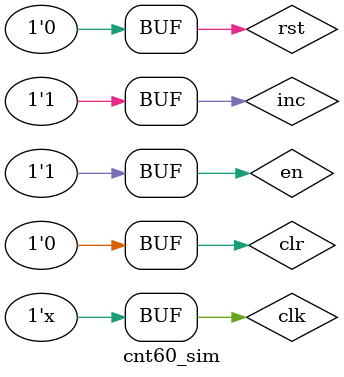
<source format=v>
`timescale 1 ps/ 1 ps


module cnt60_sim();
parameter PERIOD=10000;  // (clock period)/2

// constants                                           
// general purpose registers
  reg clk;
  reg rst;
  reg clr;
  reg en;
  reg inc;
// wires                                               
  wire [2:0] qh;
  wire [3:0] ql;
  wire ca;

// assign statements (if any)                          
CNT60 u1 (
// port map - connection between master ports and signals/registers   
  .RST(rst),
  .CLR(clr),
  .EN(en),
  .INC(inc),
  .QH(qh),
  .QL(ql),
  .CA(ca),
  .CLK(clk)
);

// rst, clr
initial begin
  rst =              1'b0; clr=rst;
  rst = #(PERIOD*3)  1'b1; clr=rst;
  rst = #(PERIOD)    1'b0; clr=rst;
  rst = #(PERIOD*20) 1'b1; clr=rst;
  rst = #(PERIOD)    1'b0; clr=rst;
end 

// clk
initial begin
	clk = 1'b0;
end
always #(PERIOD/2) clk = ~clk;

// en,inc
initial begin
  en =              1'b1; inc=en;
  en = #(PERIOD*20) 1'b0; inc=en;
  en = #(PERIOD*20) 1'b1; inc=en;
end 

endmodule

</source>
